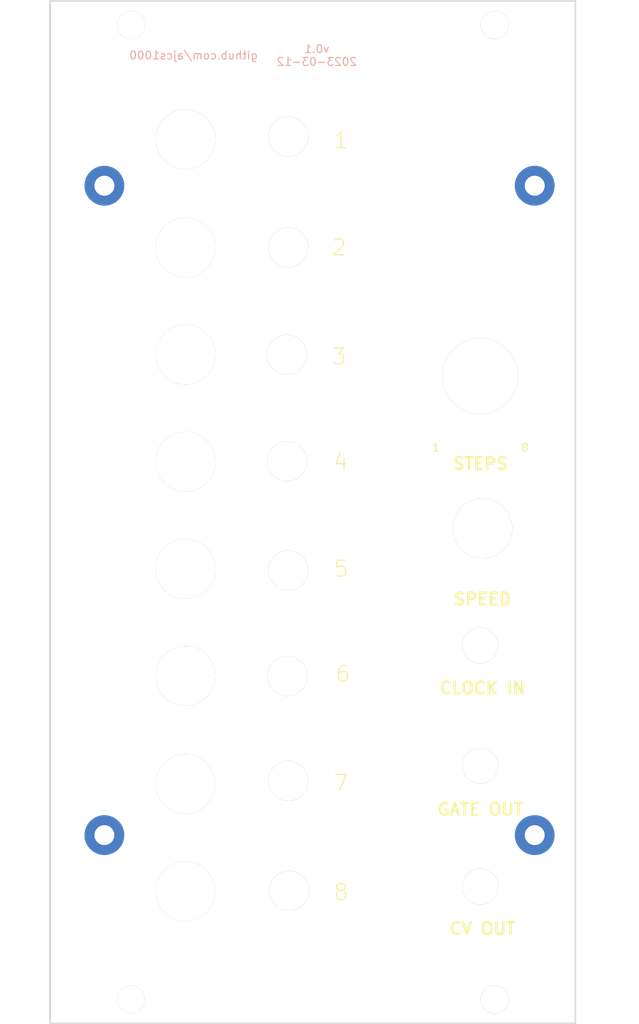
<source format=kicad_pcb>
(kicad_pcb (version 20211014) (generator pcbnew)
  (layers (0 "F.Cu" signal) (31 "B.Cu" signal) (34 "B.Paste" user) (35 "F.Paste" user) (36 "B.SilkS" user "B.Silkscreen") (37 "F.SilkS" user "F.Silkscreen") (38 "B.Mask" user) (39 "F.Mask" user) (44 "Edge.Cuts" user))
  (net 0 "")
  (footprint "" (layer "F.Cu") (at 200.13 97.818)
    (fp_text reference "" (at 0 0) (layer "F.SilkS") (effects (font (size 1.27 1.27))))
    (fp_text value "" (at 0 0) (layer "F.SilkS") (effects (font (size 1.27 1.27))))
    (pad "1" thru_hole circle locked (at 0 0) (size 4.5 4.5) (drill 4.5) (layers *.Cu *.Mask))
  )
  (footprint "" (layer "F.Cu") (at 156.22 19.84)
    (fp_text reference "" (at 0 0) (layer "F.SilkS") (effects (font (size 1.27 1.27))))
    (fp_text value "" (at 0 0) (layer "F.SilkS") (effects (font (size 1.27 1.27))))
    (pad "1" thru_hole circle locked (at 0 0) (size 3.5 3.5) (drill 3.5) (layers F&B.Cu *.Mask))
  )
  (footprint "" (layer "F.Cu") (at 175.999402 47.78)
    (fp_text reference "" (at 0 0) (layer "F.SilkS") (effects (font (size 1.27 1.27))))
    (fp_text value "" (at 0 0) (layer "F.SilkS") (effects (font (size 1.27 1.27))))
    (pad "1" thru_hole circle locked (at 0 0) (size 5 5) (drill 5) (layers F&B.Cu *.Mask))
  )
  (footprint "" (layer "F.Cu") (at 152.886 121.628)
    (fp_text reference "" (at 0 0) (layer "F.SilkS") (effects (font (size 1.27 1.27))))
    (fp_text value "" (at 0 0) (layer "F.SilkS") (effects (font (size 1.27 1.27))))
    (pad "1" connect circle locked (at 0 0) (size 5 5) (layers "B.Cu" "B.Mask"))
  )
  (footprint "" (layer "F.Cu") (at 206.988 40.028)
    (fp_text reference "" (at 0 0) (layer "F.SilkS") (effects (font (size 1.27 1.27))))
    (fp_text value "" (at 0 0) (layer "F.SilkS") (effects (font (size 1.27 1.27))))
    (pad "1" thru_hole circle locked (at 0 0) (size 2.9 2.9) (drill 2.5) (layers F&B.Cu *.Mask))
  )
  (footprint "" (layer "F.Cu") (at 163.08 88.166)
    (fp_text reference "" (at 0 0) (layer "F.SilkS") (effects (font (size 1.27 1.27))))
    (fp_text value "" (at 0 0) (layer "F.SilkS") (effects (font (size 1.27 1.27))))
    (pad "1" thru_hole circle locked (at 0 0) (size 7.5 7.5) (drill 7.5) (layers *.Cu *.Mask))
  )
  (footprint "" (layer "F.Cu") (at 163.08 34.2)
    (fp_text reference "" (at 0 0) (layer "F.SilkS") (effects (font (size 1.27 1.27))))
    (fp_text value "" (at 0 0) (layer "F.SilkS") (effects (font (size 1.27 1.27))))
    (pad "1" thru_hole circle locked (at 0 0) (size 7.5 7.5) (drill 7.5) (layers *.Cu *.Mask))
  )
  (footprint "" (layer "F.Cu") (at 200.13 63.97)
    (fp_text reference "" (at 0 0) (layer "F.SilkS") (effects (font (size 1.27 1.27))))
    (fp_text value "" (at 0 0) (layer "F.SilkS") (effects (font (size 1.27 1.27))))
    (pad "1" thru_hole circle locked (at 0 0) (size 9.5 9.5) (drill 9.5) (layers *.Cu *.Mask))
  )
  (footprint "" (layer "F.Cu") (at 201.944 142.268)
    (fp_text reference "" (at 0 0) (layer "F.SilkS") (effects (font (size 1.27 1.27))))
    (fp_text value "" (at 0 0) (layer "F.SilkS") (effects (font (size 1.27 1.27))))
    (pad "1" thru_hole circle locked (at 0 0) (size 3.5 3.5) (drill 3.5) (layers F&B.Cu *.Mask))
  )
  (footprint "" (layer "F.Cu") (at 176.001196 114.812179)
    (fp_text reference "" (at 0 0) (layer "F.SilkS") (effects (font (size 1.27 1.27))))
    (fp_text value "" (at 0 0) (layer "F.SilkS") (effects (font (size 1.27 1.27))))
    (pad "1" thru_hole circle locked (at 0 0) (size 5 5) (drill 5) (layers F&B.Cu *.Mask))
  )
  (footprint "" (layer "F.Cu") (at 156.221 142.268)
    (fp_text reference "" (at 0 0) (layer "F.SilkS") (effects (font (size 1.27 1.27))))
    (fp_text value "" (at 0 0) (layer "F.SilkS") (effects (font (size 1.27 1.27))))
    (pad "1" thru_hole circle locked (at 0 0) (size 3.5 3.5) (drill 3.5) (layers F&B.Cu *.Mask))
  )
  (footprint "" (layer "F.Cu") (at 176 33.855)
    (fp_text reference "" (at 0 0) (layer "F.SilkS") (effects (font (size 1.27 1.27))))
    (fp_text value "" (at 0 0) (layer "F.SilkS") (effects (font (size 1.27 1.27))))
    (pad "1" thru_hole circle locked (at 0 0) (size 5 5) (drill 5) (layers *.Cu *.Mask))
  )
  (footprint "" (layer "F.Cu") (at 163.08 115.2)
    (fp_text reference "" (at 0 0) (layer "F.SilkS") (effects (font (size 1.27 1.27))))
    (fp_text value "" (at 0 0) (layer "F.SilkS") (effects (font (size 1.27 1.27))))
    (pad "1" thru_hole circle locked (at 0 0) (size 7.5 7.5) (drill 7.5) (layers *.Cu *.Mask))
  )
  (footprint "" (layer "F.Cu") (at 163.08 88.166)
    (fp_text reference "" (at 0 0) (layer "F.SilkS") (effects (font (size 1.27 1.27))))
    (fp_text value "" (at 0 0) (layer "F.SilkS") (effects (font (size 1.27 1.27))))
    (pad "1" thru_hole circle locked (at 0 0) (size 7.5 7.5) (drill 7.5) (layers *.Cu *.Mask))
  )
  (footprint "" (layer "F.Cu") (at 175.87 74.625)
    (fp_text reference "" (at 0 0) (layer "F.SilkS") (effects (font (size 1.27 1.27))))
    (fp_text value "" (at 0 0) (layer "F.SilkS") (effects (font (size 1.27 1.27))))
    (pad "1" thru_hole circle locked (at 0 0) (size 5 5) (drill 5) (layers F&B.Cu *.Mask))
  )
  (footprint "" (layer "F.Cu") (at 200.13 128.1)
    (fp_text reference "" (at 0 0) (layer "F.SilkS") (effects (font (size 1.27 1.27))))
    (fp_text value "" (at 0 0) (layer "F.SilkS") (effects (font (size 1.27 1.27))))
    (pad "1" thru_hole circle locked (at 0 0) (size 4.5 4.5) (drill 4.5) (layers F&B.Cu *.Mask))
  )
  (footprint "" (layer "F.Cu") (at 163.08 61.242)
    (fp_text reference "" (at 0 0) (layer "F.SilkS") (effects (font (size 1.27 1.27))))
    (fp_text value "" (at 0 0) (layer "F.SilkS") (effects (font (size 1.27 1.27))))
    (pad "1" thru_hole circle locked (at 0 0) (size 7.5 7.5) (drill 7.5) (layers *.Cu *.Mask))
  )
  (footprint "" (layer "F.Cu") (at 163.08 47.78)
    (fp_text reference "" (at 0 0) (layer "F.SilkS") (effects (font (size 1.27 1.27))))
    (fp_text value "" (at 0 0) (layer "F.SilkS") (effects (font (size 1.27 1.27))))
    (pad "1" thru_hole circle locked (at 0 0) (size 7.5 7.5) (drill 7.5) (layers *.Cu *.Mask))
  )
  (footprint "" (layer "F.Cu") (at 163.08 101.628)
    (fp_text reference "" (at 0 0) (layer "F.SilkS") (effects (font (size 1.27 1.27))))
    (fp_text value "" (at 0 0) (layer "F.SilkS") (effects (font (size 1.27 1.27))))
    (pad "1" thru_hole circle locked (at 0 0) (size 7.5 7.5) (drill 7.5) (layers *.Cu *.Mask))
  )
  (footprint "" (layer "F.Cu") (at 163.08 101.628)
    (fp_text reference "" (at 0 0) (layer "F.SilkS") (effects (font (size 1.27 1.27))))
    (fp_text value "" (at 0 0) (layer "F.SilkS") (effects (font (size 1.27 1.27))))
    (pad "1" thru_hole circle locked (at 0 0) (size 7.5 7.5) (drill 7.5) (layers *.Cu *.Mask))
  )
  (footprint "" (layer "F.Cu") (at 176 88.365)
    (fp_text reference "" (at 0 0) (layer "F.SilkS") (effects (font (size 1.27 1.27))))
    (fp_text value "" (at 0 0) (layer "F.SilkS") (effects (font (size 1.27 1.27))))
    (pad "1" thru_hole circle locked (at 0 0) (size 5 5) (drill 5) (layers F&B.Cu *.Mask))
  )
  (footprint "" (layer "F.Cu") (at 201.943 19.84)
    (fp_text reference "" (at 0 0) (layer "F.SilkS") (effects (font (size 1.27 1.27))))
    (fp_text value "" (at 0 0) (layer "F.SilkS") (effects (font (size 1.27 1.27))))
    (pad "1" thru_hole circle locked (at 0 0) (size 3.5 3.5) (drill 3.5) (layers *.Cu *.Mask))
  )
  (footprint "" (layer "F.Cu") (at 163.08 74.704)
    (fp_text reference "" (at 0 0) (layer "F.SilkS") (effects (font (size 1.27 1.27))))
    (fp_text value "" (at 0 0) (layer "F.SilkS") (effects (font (size 1.27 1.27))))
    (pad "1" thru_hole circle locked (at 0 0) (size 7.5 7.5) (drill 7.5) (layers *.Cu *.Mask))
  )
  (footprint "" (layer "F.Cu") (at 163.08 61.242)
    (fp_text reference "" (at 0 0) (layer "F.SilkS") (effects (font (size 1.27 1.27))))
    (fp_text value "" (at 0 0) (layer "F.SilkS") (effects (font (size 1.27 1.27))))
    (pad "1" thru_hole circle locked (at 0 0) (size 7.5 7.5) (drill 7.5) (layers *.Cu *.Mask))
  )
  (footprint "" (layer "F.Cu") (at 200.418 83.086)
    (fp_text reference "" (at 0 0) (layer "F.SilkS") (effects (font (size 1.27 1.27))))
    (fp_text value "" (at 0 0) (layer "F.SilkS") (effects (font (size 1.27 1.27))))
    (pad "1" thru_hole circle locked (at 0 0) (size 7.5 7.5) (drill 7.5) (layers F&B.Cu *.Mask))
  )
  (footprint "" (layer "F.Cu") (at 175.89 101.645)
    (fp_text reference "" (at 0 0) (layer "F.SilkS") (effects (font (size 1.27 1.27))))
    (fp_text value "" (at 0 0) (layer "F.SilkS") (effects (font (size 1.27 1.27))))
    (pad "1" thru_hole circle locked (at 0 0) (size 5 5) (drill 5) (layers F&B.Cu *.Mask))
  )
  (footprint "" (layer "F.Cu") (at 163.08 74.704)
    (fp_text reference "" (at 0 0) (layer "F.SilkS") (effects (font (size 1.27 1.27))))
    (fp_text value "" (at 0 0) (layer "F.SilkS") (effects (font (size 1.27 1.27))))
    (pad "1" thru_hole circle locked (at 0 0) (size 7.5 7.5) (drill 7.5) (layers *.Cu *.Mask))
  )
  (footprint "" (layer "F.Cu") (at 200.13 112.93)
    (fp_text reference "" (at 0 0) (layer "F.SilkS") (effects (font (size 1.27 1.27))))
    (fp_text value "" (at 0 0) (layer "F.SilkS") (effects (font (size 1.27 1.27))))
    (pad "1" thru_hole circle locked (at 0 0) (size 4.5 4.5) (drill 4.5) (layers F&B.Cu *.Mask))
  )
  (footprint "" (layer "F.Cu") (at 175.835 61.265)
    (fp_text reference "" (at 0 0) (layer "F.SilkS") (effects (font (size 1.27 1.27))))
    (fp_text value "" (at 0 0) (layer "F.SilkS") (effects (font (size 1.27 1.27))))
    (pad "1" thru_hole circle locked (at 0 0) (size 5 5) (drill 5) (layers F&B.Cu *.Mask))
  )
  (footprint "" (layer "F.Cu") (at 206.988 121.628)
    (fp_text reference "" (at 0 0) (layer "F.SilkS") (effects (font (size 1.27 1.27))))
    (fp_text value "" (at 0 0) (layer "F.SilkS") (effects (font (size 1.27 1.27))))
    (pad "1" connect circle locked (at 0 0) (size 5 5) (layers "B.Cu" "B.Mask"))
  )
  (footprint "" (layer "F.Cu") (at 152.886 40.028)
    (fp_text reference "" (at 0 0) (layer "F.SilkS") (effects (font (size 1.27 1.27))))
    (fp_text value "" (at 0 0) (layer "F.SilkS") (effects (font (size 1.27 1.27))))
    (pad "1" connect circle locked (at 0 0) (size 5 5) (layers "B.Cu" "B.Mask"))
  )
  (footprint "" (layer "F.Cu") (at 152.886 40.028)
    (fp_text reference "" (at 0 0) (layer "F.SilkS") (effects (font (size 1.27 1.27))))
    (fp_text value "" (at 0 0) (layer "F.SilkS") (effects (font (size 1.27 1.27))))
    (pad "1" thru_hole circle locked (at 0 0) (size 2.9 2.9) (drill 2.5) (layers F&B.Cu *.Mask))
  )
  (footprint "" (layer "F.Cu") (at 163.08 128.7)
    (fp_text reference "" (at 0 0) (layer "F.SilkS") (effects (font (size 1.27 1.27))))
    (fp_text value "" (at 0 0) (layer "F.SilkS") (effects (font (size 1.27 1.27))))
    (pad "1" thru_hole circle locked (at 0 0) (size 7.5 7.5) (drill 7.5) (layers *.Cu *.Mask))
  )
  (footprint "" (layer "F.Cu") (at 206.988 40.028)
    (fp_text reference "" (at 0 0) (layer "F.SilkS") (effects (font (size 1.27 1.27))))
    (fp_text value "" (at 0 0) (layer "F.SilkS") (effects (font (size 1.27 1.27))))
    (pad "1" connect circle locked (at 0 0) (size 5 5) (layers "B.Cu" "B.Mask"))
  )
  (footprint "" (layer "F.Cu") (at 176.11 128.625)
    (fp_text reference "" (at 0 0) (layer "F.SilkS") (effects (font (size 1.27 1.27))))
    (fp_text value "" (at 0 0) (layer "F.SilkS") (effects (font (size 1.27 1.27))))
    (pad "1" thru_hole circle locked (at 0 0) (size 5 5) (drill 5) (layers F&B.Cu *.Mask))
  )
  (footprint "" (layer "F.Cu") (at 163.08 47.78)
    (fp_text reference "" (at 0 0) (layer "F.SilkS") (effects (font (size 1.27 1.27))))
    (fp_text value "" (at 0 0) (layer "F.SilkS") (effects (font (size 1.27 1.27))))
    (pad "1" thru_hole circle locked (at 0 0) (size 7.5 7.5) (drill 7.5) (layers *.Cu *.Mask))
  )
  (footprint "" (layer "F.Cu") (at 156.221 142.268)
    (fp_text reference "" (at 0 0) (layer "F.SilkS") (effects (font (size 1.27 1.27))))
    (fp_text value "" (at 0 0) (layer "F.SilkS") (effects (font (size 1.27 1.27))))
    (pad "1" thru_hole circle locked (at 0 0) (size 3.5 3.5) (drill 3.5) (layers F&B.Cu *.Mask))
  )
  (footprint "" (layer "F.Cu") (at 156.22 19.84)
    (fp_text reference "" (at 0 0) (layer "F.SilkS") (effects (font (size 1.27 1.27))))
    (fp_text value "" (at 0 0) (layer "F.SilkS") (effects (font (size 1.27 1.27))))
    (pad "1" thru_hole circle locked (at 0 0) (size 3.5 3.5) (drill 3.5) (layers F&B.Cu *.Mask))
  )
  (footprint "" (layer "F.Cu") (at 163.08 115.2)
    (fp_text reference "" (at 0 0) (layer "F.SilkS") (effects (font (size 1.27 1.27))))
    (fp_text value "" (at 0 0) (layer "F.SilkS") (effects (font (size 1.27 1.27))))
    (pad "1" thru_hole circle locked (at 0 0) (size 7.5 7.5) (drill 7.5) (layers *.Cu *.Mask))
  )
  (footprint "" (layer "F.Cu") (at 163.08 128.7)
    (fp_text reference "" (at 0 0) (layer "F.SilkS") (effects (font (size 1.27 1.27))))
    (fp_text value "" (at 0 0) (layer "F.SilkS") (effects (font (size 1.27 1.27))))
    (pad "1" thru_hole circle locked (at 0 0) (size 7.5 7.5) (drill 7.5) (layers *.Cu *.Mask))
  )
  (footprint "MountingHole:MountingHole_2.5mm_Pad_TopOnly" (layer "B.Cu") (at 206.988 121.628)
    (fp_text reference "REF**")
    (fp_text value "MountingHole_2.5mm_Pad_TopOnly")
    (pad "1" thru_hole circle locked (at 0 0) (size 2.9 2.9) (drill 2.5) (layers F&B.Cu *.Mask))
    (pad "1" connect circle locked (at 0 0) (size 5 5) (layers "B.Cu" "B.Mask"))
  )
  (footprint "MountingHole:MountingHole_2.5mm_Pad_TopOnly" (layer "B.Cu") (at 152.886 121.628)
    (fp_text reference "REF**")
    (fp_text value "MountingHole_2.5mm_Pad_TopOnly")
    (pad "1" connect circle locked (at 0 0) (size 5 5) (layers "B.Cu" "B.Mask"))
    (pad "1" thru_hole circle locked (at 0 0) (size 2.9 2.9) (drill 2.5) (layers F&B.Cu *.Mask))
  )
  (footprint "MountingHole:MountingHole_2.5mm_Pad_TopOnly" (layer "B.Cu") (at 152.886 40.028)
    (fp_text reference "REF**")
    (fp_text value "MountingHole_2.5mm_Pad_TopOnly")
    (pad "1" connect circle locked (at 0 0) (size 5 5) (layers "B.Cu" "B.Mask"))
    (pad "1" thru_hole circle locked (at 0 0) (size 2.9 2.9) (drill 2.5) (layers F&B.Cu *.Mask))
  )
  (footprint "MountingHole:MountingHole_2.5mm_Pad_TopOnly" (layer "B.Cu") (at 206.988 40.028)
    (fp_text reference "REF**")
    (fp_text value "MountingHole_2.5mm_Pad_TopOnly")
    (pad "1" thru_hole circle locked (at 0 0) (size 2.9 2.9) (drill 2.5) (layers F&B.Cu *.Mask))
    (pad "1" connect circle locked (at 0 0) (size 5 5) (layers "B.Cu" "B.Mask"))
  )
  (gr_rect (start 146.062 16.792) (end 212.102 145.292) (layer "Edge.Cuts") (width 0.2) (fill none))
  (gr_text "github.com/ajcs1000\n" (at 164.096 23.65) (layer "B.SilkS") (effects (font (size 1 1)) (justify mirror)))
  (gr_text "v0.1\n2023-03-12" (at 179.59 23.65) (layer "B.SilkS") (effects (font (size 1 1)) (justify mirror)))
  (gr_text "CV OUT" (at 200.418 133.378) (layer "F.SilkS") (effects (font (size 1.5 1.5) (thickness 0.3))))
  (gr_text "2" (at 182.384 47.78) (layer "F.SilkS") (effects (font (size 2 2))))
  (gr_text "1" (at 194.576 72.926) (layer "F.SilkS") (effects (font (size 1 1))))
  (gr_text "7" (at 182.638 115.09) (layer "F.SilkS") (effects (font (size 2 2))))
  (gr_text "CLOCK IN" (at 200.418 103.152) (layer "F.SilkS") (effects (font (size 1.5 1.5) (thickness 0.3))))
  (gr_text "6" (at 182.892 101.374) (layer "F.SilkS") (effects (font (size 2 2))))
  (gr_text "1" (at 182.638 34.318) (layer "F.SilkS") (effects (font (size 2 2))))
  (gr_text "4" (at 182.638 74.704) (layer "F.SilkS") (effects (font (size 2 2))))
  (gr_text "STEPS" (at 200.164 74.958) (layer "F.SilkS") (effects (font (size 1.5 1.5) (thickness 0.3))))
  (gr_text "8" (at 182.638 128.806) (layer "F.SilkS") (effects (font (size 2 2))))
  (gr_text "SPEED" (at 200.418 91.976) (layer "F.SilkS") (effects (font (size 1.5 1.5) (thickness 0.3))))
  (gr_text "5" (at 182.638 88.166) (layer "F.SilkS") (effects (font (size 2 2))))
  (gr_text "GATE OUT" (at 200.164 118.392) (layer "F.SilkS") (effects (font (size 1.5 1.5) (thickness 0.3))))
  (gr_text "3" (at 182.384 61.496) (layer "F.SilkS") (effects (font (size 2 2))))
  (gr_text "8" (at 205.752 72.926) (layer "F.SilkS") (effects (font (size 1 1))))
)
</source>
